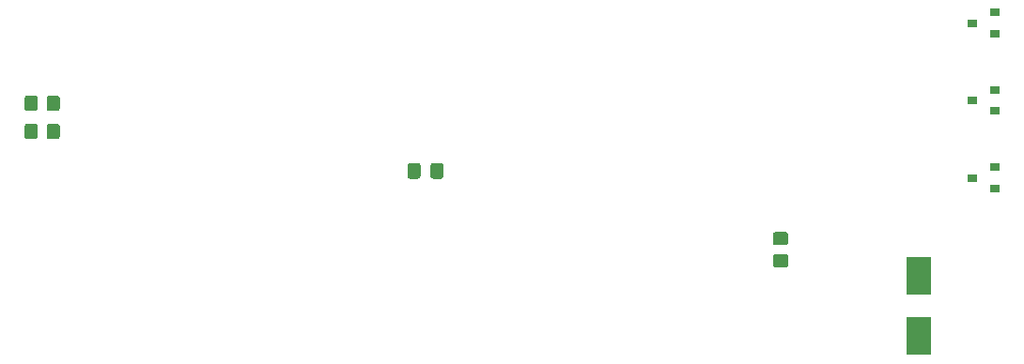
<source format=gbr>
%TF.GenerationSoftware,KiCad,Pcbnew,(5.1.9)-1*%
%TF.CreationDate,2021-03-15T23:27:25+01:00*%
%TF.ProjectId,fendt-teensy-aog-smd,66656e64-742d-4746-9565-6e73792d616f,rev?*%
%TF.SameCoordinates,Original*%
%TF.FileFunction,Paste,Bot*%
%TF.FilePolarity,Positive*%
%FSLAX46Y46*%
G04 Gerber Fmt 4.6, Leading zero omitted, Abs format (unit mm)*
G04 Created by KiCad (PCBNEW (5.1.9)-1) date 2021-03-15 23:27:25*
%MOMM*%
%LPD*%
G01*
G04 APERTURE LIST*
%ADD10R,2.300000X3.500000*%
%ADD11R,0.900000X0.800000*%
G04 APERTURE END LIST*
%TO.C,R1*%
G36*
G01*
X154235999Y-84220000D02*
X155136001Y-84220000D01*
G75*
G02*
X155386000Y-84469999I0J-249999D01*
G01*
X155386000Y-85170001D01*
G75*
G02*
X155136001Y-85420000I-249999J0D01*
G01*
X154235999Y-85420000D01*
G75*
G02*
X153986000Y-85170001I0J249999D01*
G01*
X153986000Y-84469999D01*
G75*
G02*
X154235999Y-84220000I249999J0D01*
G01*
G37*
G36*
G01*
X154235999Y-82220000D02*
X155136001Y-82220000D01*
G75*
G02*
X155386000Y-82469999I0J-249999D01*
G01*
X155386000Y-83170001D01*
G75*
G02*
X155136001Y-83420000I-249999J0D01*
G01*
X154235999Y-83420000D01*
G75*
G02*
X153986000Y-83170001I0J249999D01*
G01*
X153986000Y-82469999D01*
G75*
G02*
X154235999Y-82220000I249999J0D01*
G01*
G37*
%TD*%
%TO.C,R7*%
G36*
G01*
X88538000Y-71062001D02*
X88538000Y-70161999D01*
G75*
G02*
X88787999Y-69912000I249999J0D01*
G01*
X89488001Y-69912000D01*
G75*
G02*
X89738000Y-70161999I0J-249999D01*
G01*
X89738000Y-71062001D01*
G75*
G02*
X89488001Y-71312000I-249999J0D01*
G01*
X88787999Y-71312000D01*
G75*
G02*
X88538000Y-71062001I0J249999D01*
G01*
G37*
G36*
G01*
X86538000Y-71062001D02*
X86538000Y-70161999D01*
G75*
G02*
X86787999Y-69912000I249999J0D01*
G01*
X87488001Y-69912000D01*
G75*
G02*
X87738000Y-70161999I0J-249999D01*
G01*
X87738000Y-71062001D01*
G75*
G02*
X87488001Y-71312000I-249999J0D01*
G01*
X86787999Y-71312000D01*
G75*
G02*
X86538000Y-71062001I0J249999D01*
G01*
G37*
%TD*%
%TO.C,R8*%
G36*
G01*
X88538000Y-73602001D02*
X88538000Y-72701999D01*
G75*
G02*
X88787999Y-72452000I249999J0D01*
G01*
X89488001Y-72452000D01*
G75*
G02*
X89738000Y-72701999I0J-249999D01*
G01*
X89738000Y-73602001D01*
G75*
G02*
X89488001Y-73852000I-249999J0D01*
G01*
X88787999Y-73852000D01*
G75*
G02*
X88538000Y-73602001I0J249999D01*
G01*
G37*
G36*
G01*
X86538000Y-73602001D02*
X86538000Y-72701999D01*
G75*
G02*
X86787999Y-72452000I249999J0D01*
G01*
X87488001Y-72452000D01*
G75*
G02*
X87738000Y-72701999I0J-249999D01*
G01*
X87738000Y-73602001D01*
G75*
G02*
X87488001Y-73852000I-249999J0D01*
G01*
X86787999Y-73852000D01*
G75*
G02*
X86538000Y-73602001I0J249999D01*
G01*
G37*
%TD*%
%TO.C,C11*%
G36*
G01*
X124307000Y-76233000D02*
X124307000Y-77183000D01*
G75*
G02*
X124057000Y-77433000I-250000J0D01*
G01*
X123382000Y-77433000D01*
G75*
G02*
X123132000Y-77183000I0J250000D01*
G01*
X123132000Y-76233000D01*
G75*
G02*
X123382000Y-75983000I250000J0D01*
G01*
X124057000Y-75983000D01*
G75*
G02*
X124307000Y-76233000I0J-250000D01*
G01*
G37*
G36*
G01*
X122232000Y-76233000D02*
X122232000Y-77183000D01*
G75*
G02*
X121982000Y-77433000I-250000J0D01*
G01*
X121307000Y-77433000D01*
G75*
G02*
X121057000Y-77183000I0J250000D01*
G01*
X121057000Y-76233000D01*
G75*
G02*
X121307000Y-75983000I250000J0D01*
G01*
X121982000Y-75983000D01*
G75*
G02*
X122232000Y-76233000I0J-250000D01*
G01*
G37*
%TD*%
D10*
%TO.C,D1*%
X167132000Y-91600000D03*
X167132000Y-86200000D03*
%TD*%
D11*
%TO.C,D7*%
X171974000Y-63373000D03*
X173974000Y-64323000D03*
X173974000Y-62423000D03*
%TD*%
%TO.C,D8*%
X173974000Y-76393000D03*
X173974000Y-78293000D03*
X171974000Y-77343000D03*
%TD*%
%TO.C,D9*%
X171974000Y-70358000D03*
X173974000Y-71308000D03*
X173974000Y-69408000D03*
%TD*%
M02*

</source>
